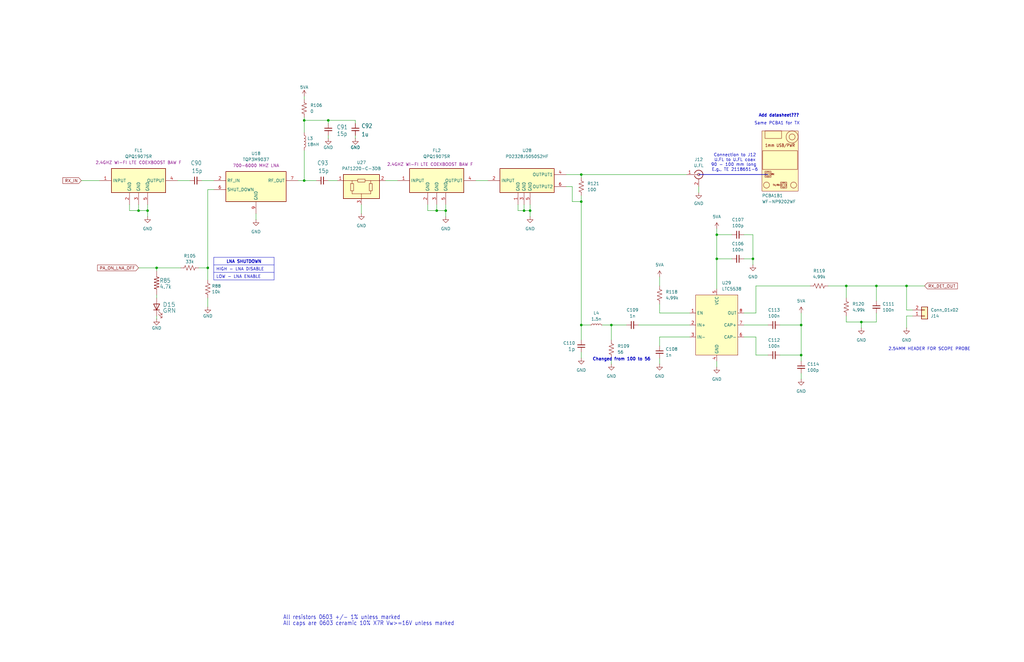
<source format=kicad_sch>
(kicad_sch (version 20250114) (generator "eeschema") (generator_version "9.0")
  (paper "B")
  (title_block (title "Oresat Live Card") (date "2025-09-15") (rev "2.1"))
  (lib_symbols
    (symbol "Connector:Conn_Coaxial" (pin_names (offset 1.016) (hide yes))
      (property "Reference" "J" (at 0.254 3.048 0))
      (property "Value" "Conn_Coaxial" (at 2.921 0 90))
      (symbol "Conn_Coaxial_0_1"
        (polyline (pts (xy -2.54 0) (xy -0.508 0)))
        (arc (start 1.778 0) (mid 0.222 -1.8079) (end -1.778 -0.508) (stroke (width 0.254)))
        (arc (start -1.778 0.508) (mid 0.2221 1.8084) (end 1.778 0) (stroke (width 0.254)))
        (circle (center 0 0) (radius 0.508) (stroke (width 0.2032)))
        (polyline (pts (xy 0 -2.54) (xy 0 -1.778)))
      )
      (symbol "Conn_Coaxial_1_1"
        (pin passive line (at -5.08 0 0) (length 2.54) (name "In") (number "1"))
        (pin passive line (at 0 -5.08 90) (length 2.54) (name "Ext") (number "2"))
      )
    )
    (symbol "Connector_Generic:Conn_01x02" (pin_names (offset 1.016) (hide yes))
      (property "Reference" "J" (at 0 2.54 0))
      (property "Value" "Conn_01x02" (at 0 -5.08 0))
      (symbol "Conn_01x02_1_1"
        (rectangle (start -1.27 1.27) (end 1.27 -3.81) (stroke (width 0.254)) (fill (type background)))
        (rectangle (start -1.27 0.127) (end 0 -0.127) (stroke (width 0.1524)))
        (rectangle (start -1.27 -2.413) (end 0 -2.667) (stroke (width 0.1524)))
        (pin passive line (at -5.08 0 0) (length 3.81) (name "Pin_1") (number "1"))
        (pin passive line (at -5.08 -2.54 0) (length 3.81) (name "Pin_2") (number "2"))
      )
    )
    (symbol "Device:C_Small" (pin_numbers (hide yes)) (pin_names (offset 0.254) (hide yes))
      (property "Reference" "C" (at 0.254 1.778 0))
      (property "Value" "C_Small" (at 0.254 -2.032 0))
      (symbol "C_Small_0_1"
        (polyline (pts (xy -1.524 0.508) (xy 1.524 0.508)) (stroke (width 0.3048)))
        (polyline (pts (xy -1.524 -0.508) (xy 1.524 -0.508)) (stroke (width 0.3302)))
      )
      (symbol "C_Small_1_1"
        (pin passive line (at 0 2.54 270) (length 2.032) (name "~") (number "1"))
        (pin passive line (at 0 -2.54 90) (length 2.032) (name "~") (number "2"))
      )
    )
    (symbol "Device:L" (pin_numbers (hide yes)) (pin_names (offset 1.016) (hide yes))
      (property "Reference" "L" (at -1.27 0 90))
      (property "Value" "L" (at 1.905 0 90))
      (symbol "L_0_1"
        (arc (start 0 2.54) (mid 0.6323 1.905) (end 0 1.27))
        (arc (start 0 1.27) (mid 0.6323 0.635) (end 0 0))
        (arc (start 0 0) (mid 0.6323 -0.635) (end 0 -1.27))
        (arc (start 0 -1.27) (mid 0.6323 -1.905) (end 0 -2.54))
      )
      (symbol "L_1_1"
        (pin passive line (at 0 3.81 270) (length 1.27) (name "1") (number "1"))
        (pin passive line (at 0 -3.81 90) (length 1.27) (name "2") (number "2"))
      )
    )
    (symbol "Device:LED" (pin_numbers (hide yes)) (pin_names (offset 1.016) (hide yes))
      (property "Reference" "D" (at 0 2.54 0))
      (property "Value" "LED" (at 0 -2.54 0))
      (symbol "LED_0_1"
        (polyline (pts (xy -3.048 -0.762) (xy -4.572 -2.286) (xy -3.81 -2.286) (xy -4.572 -2.286) (xy -4.572 -1.524)))
        (polyline (pts (xy -1.778 -0.762) (xy -3.302 -2.286) (xy -2.54 -2.286) (xy -3.302 -2.286) (xy -3.302 -1.524)))
        (polyline (pts (xy -1.27 0) (xy 1.27 0)))
        (polyline (pts (xy -1.27 -1.27) (xy -1.27 1.27)) (stroke (width 0.254)))
        (polyline (pts (xy 1.27 -1.27) (xy 1.27 1.27) (xy -1.27 0) (xy 1.27 -1.27)) (stroke (width 0.254)))
      )
      (symbol "LED_1_1"
        (pin passive line (at -3.81 0 0) (length 2.54) (name "K") (number "1"))
        (pin passive line (at 3.81 0 180) (length 2.54) (name "A") (number "2"))
      )
    )
    (symbol "Device:L_Small" (pin_numbers (hide yes)) (pin_names (offset 0.254) (hide yes))
      (property "Reference" "L" (at 0.762 1.016 0))
      (property "Value" "L_Small" (at 0.762 -1.016 0))
      (symbol "L_Small_0_1"
        (arc (start 0 2.032) (mid 0.5058 1.524) (end 0 1.016))
        (arc (start 0 1.016) (mid 0.5058 0.508) (end 0 0))
        (arc (start 0 0) (mid 0.5058 -0.508) (end 0 -1.016))
        (arc (start 0 -1.016) (mid 0.5058 -1.524) (end 0 -2.032))
      )
      (symbol "L_Small_1_1"
        (pin passive line (at 0 2.54 270) (length 0.508) (name "~") (number "1"))
        (pin passive line (at 0 -2.54 90) (length 0.508) (name "~") (number "2"))
      )
    )
    (symbol "Device:R_US" (pin_numbers (hide yes)) (pin_names (offset 0))
      (property "Reference" "R" (at 2.54 0 90))
      (property "Value" "R_US" (at -2.54 0 90))
      (symbol "R_US_0_1"
        (polyline (pts (xy 0 2.286) (xy 0 2.54)))
        (polyline (pts (xy 0 2.286) (xy 1.016 1.905) (xy 0 1.524) (xy -1.016 1.143) (xy 0 0.762)))
        (polyline (pts (xy 0 0.762) (xy 1.016 0.381) (xy 0 0) (xy -1.016 -0.381) (xy 0 -0.762)))
        (polyline (pts (xy 0 -0.762) (xy 1.016 -1.143) (xy 0 -1.524) (xy -1.016 -1.905) (xy 0 -2.286)))
        (polyline (pts (xy 0 -2.286) (xy 0 -2.54)))
      )
      (symbol "R_US_1_1"
        (pin passive line (at 0 3.81 270) (length 1.27) (name "~") (number "1"))
        (pin passive line (at 0 -3.81 90) (length 1.27) (name "~") (number "2"))
      )
    )
    (symbol "RF:PAT1220-C-3DB"
      (property "Reference" "U" (at -6.35 6.35 0))
      (property "Value" "PAT1220-C-3DB" (at 5.08 6.35 0))
      (symbol "PAT1220-C-3DB_0_1"
        (rectangle (start -7.62 5.08) (end 7.62 -5.08) (stroke (width 0.254)) (fill (type background)))
        (polyline (pts (xy -3.937 1.27) (xy -3.937 2.54)))
        (polyline (pts (xy -3.937 -3.048) (xy 3.937 -3.048)))
        (polyline (pts (xy -1.524 2.54) (xy -7.62 2.54)))
        (polyline (pts (xy 0 -5.08) (xy 0 -3.048)))
        (polyline (pts (xy 3.937 1.27) (xy 3.937 2.54)))
        (pin passive line (at 0 -7.62 90) (length 2.54) (name "~") (number "3"))
      )
      (symbol "PAT1220-C-3DB_1_1"
        (rectangle (start -4.572 -1.778) (end -3.302 1.27))
        (polyline (pts (xy -3.937 -3.048) (xy -3.937 -1.778)))
        (rectangle (start -1.524 3.175) (end 1.524 1.905))
        (rectangle (start 3.302 -1.778) (end 4.572 1.27))
        (polyline (pts (xy 3.937 -3.048) (xy 3.937 -1.778)))
        (polyline (pts (xy 7.62 2.54) (xy 1.524 2.54)))
        (pin passive line (at -10.16 2.54 0) (length 2.54) (name "~") (number "1"))
        (pin passive line (at 10.16 2.54 180) (length 2.54) (name "~") (number "2"))
      )
    )
    (symbol "oresat-ics:LTC5538"
      (property "Reference" "U" (at 4.318 16.256 0))
      (property "Value" "LTC5538" (at 7.62 13.97 0))
      (symbol "LTC5538_1_1"
        (rectangle (start -8.89 12.7) (end 8.89 -12.7) (fill (type background)))
        (pin input line (at -11.43 5.08 0) (length 2.54) (name "EN") (number "1"))
        (pin bidirectional line (at -11.43 0 0) (length 2.54) (name "IN+") (number "2"))
        (pin bidirectional line (at -11.43 -5.08 0) (length 2.54) (name "IN-") (number "3"))
        (pin power_in line (at 0 15.24 270) (length 2.54) (name "VCC") (number "5"))
        (pin power_in line (at 0 -15.24 90) (length 2.54) (name "GND") (number "4"))
        (pin power_in line (at 0 -15.24 90) (length 2.54) (hide yes) (name "GND") (number "9"))
        (pin output line (at 11.43 5.08 180) (length 2.54) (name "OUT") (number "8"))
        (pin bidirectional line (at 11.43 0 180) (length 2.54) (name "CAP+") (number "7"))
        (pin bidirectional line (at 11.43 -5.08 180) (length 2.54) (name "CAP-") (number "6"))
      )
    )
    (symbol "oresat-ics:PD2328J5050S2HF"
      (property "Reference" "U25" (at 15.494 9.906 0))
      (property "Value" "PD2328J5050S2HF" (at 16.764 7.112 0))
      (property "Description" "Power Divider 50ohm 2300 - 2800 MHz" (at 15.748 4.572 0))
      (symbol "PD2328J5050S2HF_1_1"
        (rectangle (start 5.08 2.54) (end 27.94 -7.62) (stroke (width 0.254)) (fill (type background)))
        (pin passive line (at 0 -2.54 0) (length 5.08) (name "INPUT") (number "2"))
        (pin passive line (at 12.7 -12.7 90) (length 5.08) (name "GND") (number "1"))
        (pin passive line (at 15.24 -12.7 90) (length 5.08) (name "GND") (number "3"))
        (pin passive line (at 17.78 -12.7 90) (length 5.08) (name "GND") (number "5"))
        (pin passive line (at 33.02 0 180) (length 5.08) (name "OUTPUT1") (number "4"))
        (pin passive line (at 33.02 -5.08 180) (length 5.08) (name "OUTPUT2") (number "6"))
      )
    )
    (symbol "oresat-ics:QPQ1907SR_2.4GHz_BPF"
      (property "Reference" "FL1" (at 17.018 9.398 0))
      (property "Value" "QPQ1907SR_2.4GHz_BPF" (at 16.764 6.858 0))
      (property "Description" "2.4GHz WiFi BPF" (at 15.24 4.318 0))
      (symbol "QPQ1907SR_2.4GHz_BPF_1_1"
        (rectangle (start 5.08 2.54) (end 27.94 -7.62) (stroke (width 0.254)) (fill (type background)))
        (pin passive line (at 0 -2.54 0) (length 5.08) (name "INPUT") (number "1"))
        (pin passive line (at 12.7 -12.7 90) (length 5.08) (name "GND") (number "2"))
        (pin passive line (at 16.51 -12.7 90) (length 5.08) (name "GND") (number "3"))
        (pin passive line (at 20.32 -12.7 90) (length 5.08) (name "GND") (number "5"))
        (pin passive line (at 33.02 -2.54 180) (length 5.08) (name "OUTPUT") (number "4"))
      )
    )
    (symbol "oresat-ics:TQP3M9037_1"
      (property "Reference" "U26" (at 17.272 -4.572 0))
      (property "Value" "TQP3M9037" (at 16.764 -7.62 0))
      (property "Description" "LNA" (at 16.51 -10.16 0))
      (symbol "TQP3M9037_1_1_1"
        (rectangle (start 5.08 -12.7) (end 30.48 -25.4) (stroke (width 0.254)) (fill (type background)))
        (pin passive line (at 0 -16.51 0) (length 5.08) (name "RF_IN") (number "2"))
        (pin passive line (at 0 -20.32 0) (length 5.08) (name "SHUT_DOWN") (number "6"))
        (pin passive line (at 17.78 -30.48 90) (length 5.08) (name "GND") (number "9"))
        (pin no_connect line (at 22.86 -30.48 90) (length 5.08) (hide yes) (name "NC_3") (number "4"))
        (pin no_connect line (at 25.4 -30.48 90) (length 5.08) (hide yes) (name "NC_2") (number "3"))
        (pin no_connect line (at 29.21 -30.48 90) (length 5.08) (hide yes) (name "NC_1") (number "1"))
        (pin passive line (at 35.56 -16.51 180) (length 5.08) (name "RF_OUT") (number "7"))
        (pin no_connect line (at 35.56 -21.59 180) (length 5.08) (hide yes) (name "NC_4") (number "5"))
        (pin no_connect line (at 35.56 -24.13 180) (length 5.08) (hide yes) (name "NC_5") (number "8"))
      )
    )
    (symbol "oresat-passives:R-US"
      (property "Reference" "R" (at 0 2.54 0))
      (symbol "R-US_1_0"
        (polyline (pts (xy -2.54 0) (xy -2.159 1.016)) (stroke (width 0.2032)))
        (polyline (pts (xy -2.159 1.016) (xy -1.524 -1.016)) (stroke (width 0.2032)))
        (polyline (pts (xy -1.524 -1.016) (xy -0.889 1.016)) (stroke (width 0.2032)))
        (polyline (pts (xy -0.889 1.016) (xy -0.254 -1.016)) (stroke (width 0.2032)))
        (polyline (pts (xy -0.254 -1.016) (xy 0.381 1.016)) (stroke (width 0.2032)))
        (polyline (pts (xy 0.381 1.016) (xy 1.016 -1.016)) (stroke (width 0.2032)))
        (polyline (pts (xy 1.016 -1.016) (xy 1.651 1.016)) (stroke (width 0.2032)))
        (polyline (pts (xy 1.651 1.016) (xy 2.286 -1.016)) (stroke (width 0.2032)))
        (polyline (pts (xy 2.286 -1.016) (xy 2.54 0)) (stroke (width 0.2032)))
        (pin passive line (at -5.08 0 0) (length 2.54) (name "1") (number "1"))
        (pin passive line (at 5.08 0 180) (length 2.54) (name "2") (number "2"))
      )
    )
    (symbol "oresat-pcbs:WF-NP9202WF"
      (property "Reference" "PCBA" (at 2.54 -13.462 0))
      (property "Value" "WF-NP9202WF" (at 2.794 -15.494 0))
      (symbol "WF-NP9202WF_0_1"
        (rectangle (start -7.366 5.588) (end 7.366 -2.286))
        (rectangle (start -6.35 13.97) (end 0.635 10.795))
        (rectangle (start -6.35 -3.048) (end -3.81 -5.588))
        (circle (center -5.715 -8.89) (radius 1.27))
        (rectangle (start 0.254 -7.62) (end 2.794 -10.16))
        (circle (center 5.08 11.43) (radius 1.27))
        (circle (center 5.08 11.43) (radius 2.54))
        (circle (center 5.715 -8.89) (radius 1.27))
      )
      (symbol "WF-NP9202WF_1_0"
        (circle (center -5.08 -4.318) (radius 0.568) (stroke (width 0.1524)))
        (circle (center -5.08 -4.318) (radius 1.0473) (stroke (width 0.1524)))
        (circle (center 1.524 -8.89) (radius 0.568) (stroke (width 0.1524)))
        (circle (center 1.524 -8.89) (radius 1.0473) (stroke (width 0.1524)))
        (text "1mm USB/PWR" (at -6.35 7.112 0) (effects (font (size 1.27 1.0795)) (justify left bottom)))
      )
      (symbol "WF-NP9202WF_1_1"
        (rectangle (start -7.62 13.97) (end 7.62 -11.43) (fill (type background)))
        (text "RX" (at -3.048 -4.318 0) (effects (font (size 0.635 0.635))))
        (text "TX/RX" (at -1.524 -8.89 0) (effects (font (size 0.635 0.635))))
      )
    )
    (symbol "oresat-power:5VA" (power) (pin_names (offset 0))
      (property "Value" "5VA" (at 0 3.556 0))
      (symbol "5VA_0_1"
        (polyline (pts (xy -0.762 1.27) (xy 0 2.54)))
        (polyline (pts (xy 0 2.54) (xy 0.762 1.27)))
        (polyline (pts (xy 0 0) (xy 0 2.54)))
      )
      (symbol "5VA_1_1"
        (pin power_in line (at 0 0 90) (length 0) (hide yes) (name "5VA") (number "1"))
      )
    )
    (symbol "power:GND" (power) (pin_numbers (hide yes)) (pin_names (offset 0) (hide yes))
      (property "Value" "GND" (at 0 -3.81 0))
      (symbol "GND_0_1"
        (polyline (pts (xy 0 0) (xy 0 -1.27) (xy 1.27 -1.27) (xy 0 -2.54) (xy -1.27 -1.27) (xy 0 -1.27)))
      )
      (symbol "GND_1_1"
        (pin power_in line (at 0 0 270) (length 0) (name "~") (number "1"))
      )
    )
  )
  (text "Same PCBA1 for TX" (at 327.66 52.07 0) (effects (font (size 1.27 1.27))))
  (text "Add datasheet??? " (at 328.93 48.768 0) (effects (font (size 1.27 1.27) (thickness 0.254) (bold yes))))
  (text "2.54MM HEADER FOR SCOPE PROBE" (at 391.922 147.32 0) (effects (font (size 1.27 1.27))))
  (text "Changed from 100 to 56" (at 262.128 151.638 0) (effects (font (size 1.27 1.27) (thickness 0.254) (bold yes))))
  (text "All caps are 0603 ceramic 10% X7R Vw>=16V unless marked" (at 119.38 264.16 0) (effects (font (size 1.778 1.5113)) (justify left bottom)))
  (text "Connection to J12\nU.FL to U.FL coax\n90 - 100 mm long \nE.g., TE 2118651-6" (at 309.88 72.39 0) (effects (font (size 1.27 1.27)) (justify bottom)))
  (text "All resistors 0603 +/- 1% unless marked" (at 119.38 261.62 0) (effects (font (size 1.778 1.5113)) (justify left bottom)))
  (junction (at 257.81 137.16))
  (junction (at 369.57 120.65))
  (junction (at 66.04 113.03))
  (junction (at 245.11 85.09))
  (junction (at 337.82 137.16))
  (junction (at 356.87 120.65))
  (junction (at 223.52 88.9))
  (junction (at 245.11 137.16))
  (junction (at 128.27 50.8))
  (junction (at 87.63 113.03))
  (junction (at 363.22 135.89))
  (junction (at 184.15 88.9))
  (junction (at 187.96 88.9))
  (junction (at 62.23 88.9))
  (junction (at 317.5 109.22))
  (junction (at 220.98 88.9))
  (junction (at 138.43 50.8))
  (junction (at 337.82 149.86))
  (junction (at 302.26 99.06))
  (junction (at 128.27 76.2))
  (junction (at 382.27 120.65))
  (junction (at 245.11 73.66))
  (junction (at 58.42 88.9))
  (junction (at 302.26 109.22))
  (wire (pts (xy 62.23 86.36) (xy 62.23 88.9)))
  (wire (pts (xy 87.63 80.01) (xy 90.17 80.01)))
  (wire (pts (xy 87.63 80.01) (xy 87.63 113.03)))
  (wire (pts (xy 66.04 133.35) (xy 66.04 134.62)))
  (wire (pts (xy 187.96 86.36) (xy 187.96 88.9)))
  (wire (pts (xy 328.93 137.16) (xy 337.82 137.16)))
  (wire (pts (xy 369.57 120.65) (xy 369.57 127)))
  (wire (pts (xy 302.26 96.52) (xy 302.26 99.06)))
  (wire (pts (xy 290.83 142.24) (xy 278.13 142.24)))
  (wire (pts (xy 318.77 149.86) (xy 323.85 149.86)))
  (wire (pts (xy 152.4 86.36) (xy 152.4 90.17)))
  (wire (pts (xy 337.82 157.48) (xy 337.82 160.02)))
  (wire (pts (xy 128.27 50.8) (xy 128.27 55.88)))
  (wire (pts (xy 58.42 88.9) (xy 62.23 88.9)))
  (wire (pts (xy 278.13 142.24) (xy 278.13 146.05)))
  (wire (pts (xy 66.04 113.03) (xy 76.2 113.03)))
  (wire (pts (xy 318.77 142.24) (xy 313.69 142.24)))
  (wire (pts (xy 87.63 125.73) (xy 87.63 129.54)))
  (wire (pts (xy 62.23 88.9) (xy 62.23 91.44)))
  (wire (pts (xy 337.82 137.16) (xy 337.82 149.86)))
  (wire (pts (xy 245.11 148.59) (xy 245.11 151.13)))
  (wire (pts (xy 245.11 85.09) (xy 245.11 137.16)))
  (wire (pts (xy 128.27 40.64) (xy 128.27 41.91)))
  (wire (pts (xy 218.44 86.36) (xy 218.44 88.9)))
  (wire (pts (xy 302.26 99.06) (xy 308.61 99.06)))
  (wire (pts (xy 302.26 109.22) (xy 308.61 109.22)))
  (wire (pts (xy 138.43 58.42) (xy 138.43 57.15)))
  (wire (pts (xy 278.13 132.08) (xy 290.83 132.08)))
  (wire (pts (xy 294.64 78.74) (xy 294.64 81.28)))
  (wire (pts (xy 328.93 149.86) (xy 337.82 149.86)))
  (wire (pts (xy 184.15 86.36) (xy 184.15 88.9)))
  (wire (pts (xy 200.66 76.2) (xy 205.74 76.2)))
  (wire (pts (xy 241.3 85.09) (xy 245.11 85.09)))
  (wire (pts (xy 128.27 50.8) (xy 138.43 50.8)))
  (wire (pts (xy 363.22 135.89) (xy 363.22 138.43)))
  (wire (pts (xy 128.27 49.53) (xy 128.27 50.8)))
  (wire (pts (xy 254 137.16) (xy 257.81 137.16)))
  (wire (pts (xy 220.98 86.36) (xy 220.98 88.9)))
  (wire (pts (xy 318.77 149.86) (xy 318.77 142.24)))
  (wire (pts (xy 128.27 76.2) (xy 133.35 76.2)))
  (polyline (pts (xy 294.64 73.66) (xy 323.85 73.66)) (stroke (width 0.254) (type solid)))
  (wire (pts (xy 337.82 132.08) (xy 337.82 137.16)))
  (wire (pts (xy 58.42 86.36) (xy 58.42 88.9)))
  (wire (pts (xy 180.34 88.9) (xy 184.15 88.9)))
  (wire (pts (xy 66.04 113.03) (xy 66.04 114.3)))
  (wire (pts (xy 356.87 133.35) (xy 356.87 135.89)))
  (wire (pts (xy 382.27 120.65) (xy 389.89 120.65)))
  (wire (pts (xy 337.82 149.86) (xy 337.82 152.4)))
  (wire (pts (xy 257.81 137.16) (xy 257.81 143.51)))
  (wire (pts (xy 278.13 128.27) (xy 278.13 132.08)))
  (wire (pts (xy 278.13 151.13) (xy 278.13 153.67)))
  (wire (pts (xy 278.13 116.84) (xy 278.13 120.65)))
  (wire (pts (xy 220.98 88.9) (xy 223.52 88.9)))
  (wire (pts (xy 245.11 73.66) (xy 289.56 73.66)))
  (wire (pts (xy 318.77 120.65) (xy 341.63 120.65)))
  (wire (pts (xy 317.5 109.22) (xy 317.5 111.76)))
  (wire (pts (xy 125.73 76.2) (xy 128.27 76.2)))
  (wire (pts (xy 149.86 50.8) (xy 149.86 52.07)))
  (wire (pts (xy 363.22 135.89) (xy 369.57 135.89)))
  (wire (pts (xy 369.57 120.65) (xy 382.27 120.65)))
  (wire (pts (xy 356.87 120.65) (xy 356.87 125.73)))
  (wire (pts (xy 54.61 86.36) (xy 54.61 88.9)))
  (wire (pts (xy 138.43 76.2) (xy 142.24 76.2)))
  (wire (pts (xy 238.76 73.66) (xy 245.11 73.66)))
  (wire (pts (xy 257.81 151.13) (xy 257.81 153.67)))
  (wire (pts (xy 302.26 152.4) (xy 302.26 154.94)))
  (wire (pts (xy 382.27 133.35) (xy 382.27 138.43)))
  (wire (pts (xy 245.11 73.66) (xy 245.11 74.93)))
  (wire (pts (xy 87.63 118.11) (xy 87.63 113.03)))
  (wire (pts (xy 384.81 130.81) (xy 382.27 130.81)))
  (wire (pts (xy 223.52 86.36) (xy 223.52 88.9)))
  (wire (pts (xy 184.15 88.9) (xy 187.96 88.9)))
  (wire (pts (xy 245.11 143.51) (xy 245.11 137.16)))
  (wire (pts (xy 382.27 133.35) (xy 384.81 133.35)))
  (wire (pts (xy 241.3 85.09) (xy 241.3 78.74)))
  (wire (pts (xy 245.11 137.16) (xy 248.92 137.16)))
  (wire (pts (xy 34.29 76.2) (xy 41.91 76.2)))
  (wire (pts (xy 218.44 88.9) (xy 220.98 88.9)))
  (wire (pts (xy 66.04 124.46) (xy 66.04 125.73)))
  (wire (pts (xy 382.27 120.65) (xy 382.27 130.81)))
  (wire (pts (xy 187.96 88.9) (xy 187.96 91.44)))
  (wire (pts (xy 317.5 99.06) (xy 313.69 99.06)))
  (wire (pts (xy 269.24 137.16) (xy 290.83 137.16)))
  (wire (pts (xy 302.26 99.06) (xy 302.26 109.22)))
  (wire (pts (xy 58.42 113.03) (xy 66.04 113.03)))
  (wire (pts (xy 356.87 120.65) (xy 369.57 120.65)))
  (wire (pts (xy 313.69 109.22) (xy 317.5 109.22)))
  (wire (pts (xy 128.27 63.5) (xy 128.27 76.2)))
  (wire (pts (xy 302.26 109.22) (xy 302.26 121.92)))
  (wire (pts (xy 180.34 86.36) (xy 180.34 88.9)))
  (wire (pts (xy 318.77 120.65) (xy 318.77 132.08)))
  (wire (pts (xy 223.52 88.9) (xy 223.52 91.44)))
  (wire (pts (xy 245.11 82.55) (xy 245.11 85.09)))
  (wire (pts (xy 107.95 90.17) (xy 107.95 92.71)))
  (wire (pts (xy 318.77 132.08) (xy 313.69 132.08)))
  (wire (pts (xy 162.56 76.2) (xy 167.64 76.2)))
  (wire (pts (xy 349.25 120.65) (xy 356.87 120.65)))
  (wire (pts (xy 241.3 78.74) (xy 238.76 78.74)))
  (wire (pts (xy 257.81 137.16) (xy 264.16 137.16)))
  (wire (pts (xy 369.57 135.89) (xy 369.57 132.08)))
  (wire (pts (xy 83.82 113.03) (xy 87.63 113.03)))
  (wire (pts (xy 313.69 137.16) (xy 323.85 137.16)))
  (wire (pts (xy 85.09 76.2) (xy 90.17 76.2)))
  (wire (pts (xy 74.93 76.2) (xy 80.01 76.2)))
  (wire (pts (xy 356.87 135.89) (xy 363.22 135.89)))
  (wire (pts (xy 317.5 109.22) (xy 317.5 99.06)))
  (wire (pts (xy 138.43 50.8) (xy 149.86 50.8)))
  (wire (pts (xy 54.61 88.9) (xy 58.42 88.9)))
  (wire (pts (xy 138.43 50.8) (xy 138.43 52.07)))
  (wire (pts (xy 149.86 58.42) (xy 149.86 57.15)))
  (table (column_count 1) (border (external yes) (header yes)) (separators (rows yes) (cols yes)) (column_widths 25.4) (row_heights 3.175 3.175 3.175) (cells (table_cell "LNA SHUTDOWN" (at 90.17 108.585 0) (size 25.4 3.175) (margins 0.9525 0.9525 0.9525 0.9525) (span 1 1)) (table_cell "HIGH - LNA DISABLE" (at 90.17 111.76 0) (size 25.4 3.175) (margins 0.9525 0.9525 0.9525 0.9525) (span 1 1)) (table_cell "LOW - LNA ENABLE" (at 90.17 114.935 0) (size 25.4 3.175) (margins 0.9525 0.9525 0.9525 0.9525) (span 1 1))))
  (global_label "RX_DET_OUT" (shape input) (at 389.89 120.65 0) (property "Intersheetrefs" "${INTERSHEET_REFS}" (at 404.3051 120.65 0) (effects (justify left))))
  (global_label "PA_ON_LNA_OFF" (shape input) (at 58.42 113.03 180) (property "Intersheetrefs" "${INTERSHEET_REFS}" (at 40.5575 113.03 0) (effects (justify right))))
  (global_label "RX_IN" (shape input) (at 34.29 76.2 180) (property "Intersheetrefs" "${INTERSHEET_REFS}" (at 25.9224 76.2 0) (effects (justify right))))
  (symbol (lib_id "oresat-power:5VA") (at 337.82 132.08 0) (unit 1)
    (property "Reference" "#5VA08" (effects (hide yes)))
    (property "Value" "5VA" (at 337.82 127 0))
  )
  (symbol (lib_id "power:GND") (at 66.04 134.62 0) (unit 1)
    (property "Reference" "#PWR148" (effects (hide yes)))
    (property "Value" "GND" (at 66.04 138.43 0))
    (property "Description" "Power symbol creates a global label with name \"GND\" , ground" (effects (hide yes)))
  )
  (symbol (lib_id "Device:C_Small") (at 311.15 99.06 90) (mirror x) (unit 1)
    (property "Reference" "C107" (at 311.1563 92.71 90))
    (property "Value" "100p" (at 311.1563 95.25 90))
    (property "Footprint" "Resistor_SMD:R_0402_1005Metric" (effects (hide yes)))
    (property "Description" "CAP CER 100PF 50V C0G/NP0 0402" (effects (hide yes)))
    (property "DPN" "490-GCM1555C1H101GA16DCT-ND " (effects (hide yes)))
    (property "MFR" "Murata Electronics" (effects (hide yes)))
    (property "MPN" "GCM1555C1H101GA16D " (effects (hide yes)))
    (property "DIS" "DigiKey" (effects (hide yes)))
  )
  (symbol (lib_id "Device:C_Small") (at 337.82 154.94 0) (mirror y) (unit 1)
    (property "Reference" "C114" (at 340.36 153.6762 0) (effects (justify right)))
    (property "Value" "100p" (at 340.36 156.2162 0) (effects (justify right)))
    (property "Footprint" "Resistor_SMD:R_0402_1005Metric" (effects (hide yes)))
    (property "Description" "CAP CER 100PF 50V C0G/NP0 0402" (effects (hide yes)))
    (property "DPN" "490-GCM1555C1H101GA16DCT-ND " (effects (hide yes)))
    (property "MFR" "Murata Electronics" (effects (hide yes)))
    (property "MPN" "GCM1555C1H101GA16D " (effects (hide yes)))
    (property "DIS" "DigiKey" (effects (hide yes)))
  )
  (symbol (lib_id "oresat-passives:R-US") (at 66.04 119.38 270) (unit 1)
    (property "Reference" "R85" (at 67.31 119.38 90) (effects (font (size 1.778 1.5113)) (justify left bottom)))
    (property "Value" "4.7k" (at 67.31 121.92 90) (effects (font (size 1.778 1.5113)) (justify left bottom)))
    (property "Footprint" "Resistor_SMD:R_0603_1608Metric" (effects (hide yes)))
    (property "Description" "RES SMD 4.7K OHM 1% 1/10W 0603" (effects (hide yes)))
    (property "MPN" "ERJ-3EKF4701V" (effects (hide yes)))
    (property "DPN" "ERJ-3EKF4701V" (effects (hide yes)))
    (property "MFR" "Panasonic " (effects (hide yes)))
    (property "DIS" "DigiKey" (effects (hide yes)))
  )
  (symbol (lib_id "power:GND") (at 382.27 138.43 0) (unit 1)
    (property "Reference" "#PWR147" (effects (hide yes)))
    (property "Value" "GND" (at 382.27 143.51 0))
    (property "Description" "Power symbol creates a global label with name \"GND\" , ground" (effects (hide yes)))
  )
  (symbol (lib_id "Device:C_Small") (at 326.39 149.86 90) (mirror x) (unit 1)
    (property "Reference" "C112" (at 326.3963 143.51 90))
    (property "Value" "100n" (at 326.3963 146.05 90))
    (property "Footprint" "Resistor_SMD:R_0402_1005Metric" (effects (hide yes)))
    (property "Description" "CAP CER 0.1UF 25V X7R 0603" (effects (hide yes)))
    (property "DPN" "445-5667-1-ND " (effects (hide yes)))
    (property "MFR" "TDK Corporation " (effects (hide yes)))
    (property "MPN" "CGA3E2X7R1E104K080AA " (effects (hide yes)))
    (property "DIS" "DigiKey" (effects (hide yes)))
  )
  (symbol (lib_id "power:GND") (at 223.52 91.44 0) (unit 1)
    (property "Reference" "#PWR116" (effects (hide yes)))
    (property "Value" "GND" (at 223.52 96.52 0))
    (property "Description" "Power symbol creates a global label with name \"GND\" , ground" (effects (hide yes)))
  )
  (symbol (lib_id "Device:C_Small") (at 369.57 129.54 0) (mirror y) (unit 1)
    (property "Reference" "C111" (at 372.11 128.2762 0) (effects (justify right)))
    (property "Value" "100n" (at 372.11 130.8162 0) (effects (justify right)))
    (property "Footprint" "Resistor_SMD:R_0603_1608Metric" (effects (hide yes)))
    (property "Description" "CAP CER 0.1UF 25V X7R 0603" (effects (hide yes)))
    (property "DPN" "445-5667-1-ND " (effects (hide yes)))
    (property "MFR" "TDK Corporation " (effects (hide yes)))
    (property "MPN" "CGA3E2X7R1E104K080AA " (effects (hide yes)))
    (property "DIS" "DigiKey" (effects (hide yes)))
  )
  (symbol (lib_id "Device:LED") (at 66.04 129.54 90) (unit 1)
    (property "Reference" "D15" (at 68.58 129.54 90) (effects (font (size 1.778 1.778)) (justify right top)))
    (property "Value" "GRN" (at 68.58 132.08 90) (effects (font (size 1.778 1.778)) (justify right top)))
    (property "Footprint" "oresat-live-card:LED-0603" (effects (hide yes)))
    (property "Description" "Green 525nm LED 3.2V 0603" (effects (hide yes)))
    (property "MPN" "150060GS75020" (effects (hide yes)))
    (property "DPN" "732-150060GS75020CT-ND " (effects (hide yes)))
    (property "MFR" "Würth Elektronik " (effects (hide yes)))
    (property "Sim.Pins" "1=K 2=A" (effects (hide yes)))
    (property "DIS" "DigiKey" (effects (hide yes)))
  )
  (symbol (lib_id "Device:C_Small") (at 138.43 54.61 0) (unit 1)
    (property "Reference" "C91" (at 141.986 54.61 0) (effects (font (size 1.778 1.5113)) (justify left bottom)))
    (property "Value" "15p" (at 141.986 57.404 0) (effects (font (size 1.778 1.5113)) (justify left bottom)))
    (property "Footprint" "Capacitor_SMD:C_0402_1005Metric" (effects (hide yes)))
    (property "Description" "CAP CER 15PF 50V C0G/NP0 0402" (effects (hide yes)))
    (property "MPN" "GJM1555C1H150JB01D" (effects (hide yes)))
    (property "MFR" "Murata Electronics" (effects (hide yes)))
    (property "DPN" "490-3117-1-ND" (effects (hide yes)))
    (property "DIS" "DigiKey" (effects (hide yes)))
  )
  (symbol (lib_id "Connector_Generic:Conn_01x02") (at 389.89 133.35 0) (mirror x) (unit 1)
    (property "Reference" "J14" (at 392.43 133.3501 0) (effects (justify left)))
    (property "Value" "Conn_01x02" (at 392.43 130.8101 0) (effects (justify left)))
    (property "Footprint" "Connector_PinHeader_2.54mm:PinHeader_1x02_P2.54mm_Vertical" (effects (hide yes)))
    (property "Description" "Generic connector, single row, 01x02, script generated (kicad-library-utils/schlib/autogen/connector/)" (effects (hide yes)))
  )
  (symbol (lib_id "Device:C_Small") (at 245.11 146.05 0) (mirror x) (unit 1)
    (property "Reference" "C110" (at 242.57 144.7735 0) (effects (justify right)))
    (property "Value" "1p" (at 242.57 147.3136 0) (effects (font (size 1.5113 1.5113)) (justify right)))
    (property "Footprint" "Resistor_SMD:R_0402_1005Metric" (effects (hide yes)))
    (property "Description" "CAP CER 1PF 50V C0G/NP0 0402" (effects (hide yes)))
    (property "DPN" "490-17745-1-ND" (effects (hide yes)))
    (property "MFR" "Murata Electronics" (effects (hide yes)))
    (property "MPN" "GCM1555C1H1R0CA16J " (effects (hide yes)))
    (property "DIS" "DigiKey" (effects (hide yes)))
  )
  (symbol (lib_id "Device:R_US") (at 257.81 147.32 0) (unit 1)
    (property "Reference" "R109" (at 260.35 146.0499 0) (effects (justify left)))
    (property "Value" "56" (at 260.35 148.5899 0) (effects (justify left)))
    (property "Footprint" "Resistor_SMD:R_0603_1608Metric" (effects (hide yes)))
    (property "Description" "RES SMD 100 OHM 1% 1/10W 0603" (effects (hide yes)))
    (property "DPN" "P100HCT-ND " (effects (hide yes)))
    (property "MFR" "Panasonic " (effects (hide yes)))
    (property "MPN" "ERJ-3EKF1000V" (effects (hide yes)))
    (property "DIS" "DigiKey" (effects (hide yes)))
  )
  (symbol (lib_id "Device:R_US") (at 80.01 113.03 90) (unit 1)
    (property "Reference" "R105" (at 80.01 107.9965 90))
    (property "Value" "33k" (at 80.01 110.4208 90))
    (property "Footprint" "Resistor_SMD:R_0603_1608Metric" (effects (hide yes)))
    (property "Description" "RES 33K OHM 1% 1/10W 0603" (effects (hide yes)))
    (property "DPN" "10-ERJ-U03F3302VCT-ND " (effects (hide yes)))
    (property "MFR" "Panasonic " (effects (hide yes)))
    (property "MPN" "ERJ-U03F3302V " (effects (hide yes)))
    (property "DIS" "DigiKey" (effects (hide yes)))
  )
  (symbol (lib_id "power:GND") (at 107.95 92.71 0) (unit 1)
    (property "Reference" "#PWR118" (effects (hide yes)))
    (property "Value" "GND" (at 107.95 97.79 0))
    (property "Description" "Power symbol creates a global label with name \"GND\" , ground" (effects (hide yes)))
  )
  (symbol (lib_id "Device:C_Small") (at 266.7 137.16 90) (mirror x) (unit 1)
    (property "Reference" "C109" (at 266.7063 130.81 90))
    (property "Value" "1n" (at 266.7063 133.35 90))
    (property "Footprint" "Resistor_SMD:R_0402_1005Metric" (effects (hide yes)))
    (property "Description" "CAP CER 1000PF 50V NP0 0402" (effects (hide yes)))
    (property "DPN" "445-12118-1-ND " (effects (hide yes)))
    (property "MFR" "TDK Corporation " (effects (hide yes)))
    (property "MPN" "CGA2B2NP01H102J050BA " (effects (hide yes)))
    (property "DIS" "DigiKey" (effects (hide yes)))
  )
  (symbol (lib_id "power:GND") (at 317.5 111.76 0) (unit 1)
    (property "Reference" "#PWR122" (effects (hide yes)))
    (property "Value" "GND" (at 317.5 116.84 0))
    (property "Description" "Power symbol creates a global label with name \"GND\" , ground" (effects (hide yes)))
  )
  (symbol (lib_id "RF:PAT1220-C-3DB") (at 152.4 78.74 0) (unit 1)
    (property "Reference" "U27" (at 152.4 68.58 0))
    (property "Value" "PAT1220-C-3DB" (at 152.4 71.12 0))
    (property "Footprint" "RF_Converter:RF_Attenuator_Susumu_PAT1220" (effects (hide yes)))
    (property "Datasheet" "https://www.susumu.co.jp/common/pdf/n_catalog_partition16_en.pdf" (effects (hide yes)))
    (property "Description" "RF ATTENUATOR 3DB 50OHM 0805" (effects (hide yes)))
    (property "DPN" "PAT123CT-ND " (effects (hide yes)))
    (property "MFR" "Susumu " (effects (hide yes)))
    (property "MPN" "PAT1220-C-3DB-T5 " (effects (hide yes)))
    (property "DIS" "DigiKey" (effects (hide yes)))
  )
  (symbol (lib_id "power:GND") (at 152.4 90.17 0) (unit 1)
    (property "Reference" "#PWR117" (effects (hide yes)))
    (property "Value" "GND" (at 152.4 95.25 0))
    (property "Description" "Power symbol creates a global label with name \"GND\" , ground" (effects (hide yes)))
  )
  (symbol (lib_id "oresat-ics:QPQ1907SR_2.4GHz_BPF") (at 167.64 73.66 0) (unit 1)
    (property "Reference" "FL2" (at 184.15 63.5 0))
    (property "Value" "QPQ1907SR" (at 184.15 66.04 0))
    (property "Footprint" "oresat-ics:QPQ1907SR" (effects (hide yes)))
    (property "Datasheet" "https://www.qorvo.com/products/d/da006450" (effects (hide yes)))
    (property "Description" "2.4GHZ WI-FI LTE COEXBOOST BAW F" (at 181.356 69.342 0))
    (property "MFR" "Qorvo" (effects (hide yes)))
    (property "MPN" "QPQ1907SR" (effects (hide yes)))
    (property "DPN" "2312-QPQ1907SRCT-ND" (effects (hide yes)))
    (property "DIS" "DigiKey" (effects (hide yes)))
  )
  (symbol (lib_id "Device:L") (at 128.27 59.69 0) (unit 1)
    (property "Reference" "L3" (at 129.54 58.4199 0) (effects (justify left)))
    (property "Value" "18nH" (at 129.54 60.9599 0) (effects (justify left)))
    (property "Footprint" "oresat-passives:0603-C-NOSILK" (effects (hide yes)))
    (property "Datasheet" "https://www.coilcraft.com/getmedia/f3d98f97-cbe2-41fa-b3a9-518f674e881e/0603dc.pdf" (effects (hide yes)))
    (property "Description" "FIXED IND 18NH 2A 78 MOHM SMD" (effects (hide yes)))
    (property "MPN" "0603DC-18NXJRW" (effects (hide yes)))
    (property "MFR" "Coilcraft" (effects (hide yes)))
    (property "DPN" "994-0603DC-18NXJRW" (effects (hide yes)))
  )
  (symbol (lib_id "Device:C_Small") (at 278.13 148.59 0) (mirror y) (unit 1)
    (property "Reference" "C108" (at 280.67 147.3262 0) (effects (justify right)))
    (property "Value" "1n" (at 280.67 149.8662 0) (effects (justify right)))
    (property "Footprint" "Resistor_SMD:R_0402_1005Metric" (effects (hide yes)))
    (property "Description" "CAP CER 1000PF 50V NP0 0402" (effects (hide yes)))
    (property "DPN" "445-12118-1-ND " (effects (hide yes)))
    (property "MFR" "TDK Corporation " (effects (hide yes)))
    (property "MPN" "CGA2B2NP01H102J050BA " (effects (hide yes)))
    (property "DIS" "DigiKey" (effects (hide yes)))
  )
  (symbol (lib_id "power:GND") (at 294.64 81.28 0) (unit 1)
    (property "Reference" "#PWR119" (effects (hide yes)))
    (property "Value" "GND" (at 294.64 85.852 0))
    (property "Description" "Power symbol creates a global label with name \"GND\" , ground" (effects (hide yes)))
  )
  (symbol (lib_id "Device:R_US") (at 345.44 120.65 90) (unit 1)
    (property "Reference" "R119" (at 345.44 114.3 90))
    (property "Value" "4.99k" (at 345.44 116.84 90))
    (property "Footprint" "Resistor_SMD:R_0603_1608Metric" (effects (hide yes)))
    (property "Description" "RES SMD 4.99K OHM 1% 1/10W 0603" (effects (hide yes)))
    (property "DPN" "P4.99KHCT-ND " (effects (hide yes)))
    (property "MFR" "Panasonic " (effects (hide yes)))
    (property "MPN" "ERJ-3EKF4991V " (effects (hide yes)))
    (property "DIS" "DigiKey" (effects (hide yes)))
  )
  (symbol (lib_id "power:GND") (at 278.13 153.67 0) (unit 1)
    (property "Reference" "#PWR141" (effects (hide yes)))
    (property "Value" "GND" (at 278.13 158.75 0))
    (property "Description" "Power symbol creates a global label with name \"GND\" , ground" (effects (hide yes)))
  )
  (symbol (lib_id "power:GND") (at 87.63 129.54 0) (unit 1)
    (property "Reference" "#PWR121" (effects (hide yes)))
    (property "Value" "GND" (at 87.63 133.35 0))
    (property "Description" "Power symbol creates a global label with name \"GND\" , ground" (effects (hide yes)))
  )
  (symbol (lib_id "Connector:Conn_Coaxial") (at 294.64 73.66 0) (unit 1)
    (property "Reference" "J12" (at 294.64 67.31 0))
    (property "Value" "U.FL" (at 294.64 69.85 0))
    (property "Footprint" "Connector_Coaxial:U.FL_Molex_MCRF_73412-0110_Vertical" (effects (hide yes)))
    (property "Description" "CONN U.FL RCPT STR 50 OHM SMD" (effects (hide yes)))
    (property "DPN" "H11891CT-ND " (effects (hide yes)))
    (property "MFR" "Hirose Electric Co Ltd " (effects (hide yes)))
    (property "MPN" "U.FL-R-SMT-1(10) " (effects (hide yes)))
    (property "DIS" "DigiKey" (effects (hide yes)))
  )
  (symbol (lib_id "oresat-power:5VA") (at 302.26 96.52 0) (unit 1)
    (property "Reference" "#5VA06" (effects (hide yes)))
    (property "Value" "5VA" (at 302.26 91.44 0))
  )
  (symbol (lib_id "power:GND") (at 187.96 91.44 0) (unit 1)
    (property "Reference" "#PWR0127" (effects (hide yes)))
    (property "Value" "GND" (at 187.96 96.52 0))
    (property "Description" "Power symbol creates a global label with name \"GND\" , ground" (effects (hide yes)))
  )
  (symbol (lib_id "oresat-power:5VA") (at 278.13 116.84 0) (unit 1)
    (property "Reference" "#5VA07" (effects (hide yes)))
    (property "Value" "5VA" (at 278.13 111.76 0))
  )
  (symbol (lib_id "oresat-pcbs:WF-NP9202WF") (at 328.93 69.215 0) (unit 1) (in_bom no) (on_board no)
    (property "Reference" "PCBA1B1" (at 321.31 82.55 0) (effects (justify left)))
    (property "Value" "WF-NP9202WF" (at 321.31 85.09 0) (effects (justify left)))
  )
  (symbol (lib_id "Device:R_US") (at 87.63 121.92 0) (unit 1)
    (property "Reference" "R88" (at 89.281 120.7078 0) (effects (justify left)))
    (property "Value" "10k" (at 89.281 123.1321 0) (effects (justify left)))
    (property "Footprint" "Resistor_SMD:R_0603_1608Metric" (effects (hide yes)))
    (property "Description" "RES SMD 10K OHM 1% 1/10W 0603" (effects (hide yes)))
    (property "DPN" "P10.0KHCT-ND " (effects (hide yes)))
    (property "MFR" "Panasonic " (effects (hide yes)))
    (property "MPN" "ERJ-3EKF1002V" (effects (hide yes)))
    (property "DIS" "DigiKey" (effects (hide yes)))
  )
  (symbol (lib_id "Device:C_Small") (at 82.55 76.2 90) (unit 1)
    (property "Reference" "C90" (at 85.09 67.818 90) (effects (font (size 1.778 1.5113)) (justify left bottom)))
    (property "Value" "15p" (at 85.344 71.12 90) (effects (font (size 1.778 1.5113)) (justify left bottom)))
    (property "Footprint" "oresat-passives:0402-C-NOSILK" (effects (hide yes)))
    (property "Description" "CAP CER 15PF 50V C0G/NP0 0402" (effects (hide yes)))
    (property "MPN" "GJM1555C1H150JB01D" (effects (hide yes)))
    (property "MFR" "Murata Electronics" (effects (hide yes)))
    (property "DPN" "490-3117-1-ND" (effects (hide yes)))
    (property "DIS" "DigiKey" (effects (hide yes)))
  )
  (symbol (lib_id "power:GND") (at 138.43 58.42 0) (unit 1)
    (property "Reference" "#PWR113" (effects (hide yes)))
    (property "Value" "GND" (at 138.43 62.23 0))
    (property "Description" "Power symbol creates a global label with name \"GND\" , ground" (effects (hide yes)))
  )
  (symbol (lib_id "oresat-ics:TQP3M9037_1") (at 90.17 59.69 0) (unit 1)
    (property "Reference" "U18" (at 107.95 64.77 0))
    (property "Value" "TQP3M9037" (at 107.95 67.31 0))
    (property "Footprint" "Package_DFN_QFN:DFN-8-1EP_2x2mm_P0.5mm_EP0.8x1.6mm" (effects (hide yes)))
    (property "Datasheet" "https://www.qorvo.com/products/d/da005549" (effects (hide yes)))
    (property "Description" "700-6000 MHZ LNA" (at 107.95 69.85 0))
    (property "MFR" "Qorvo" (effects (hide yes)))
    (property "MPN" "TQP3M9037" (effects (hide yes)))
    (property "DPN" "2312-TQP3M9037CT-ND " (effects (hide yes)))
    (property "DIS" "DigiKey" (effects (hide yes)))
  )
  (symbol (lib_id "power:GND") (at 337.82 160.02 0) (unit 1)
    (property "Reference" "#PWR145" (effects (hide yes)))
    (property "Value" "GND" (at 337.82 165.1 0))
    (property "Description" "Power symbol creates a global label with name \"GND\" , ground" (effects (hide yes)))
  )
  (symbol (lib_id "oresat-ics:PD2328J5050S2HF") (at 205.74 73.66 0) (unit 1)
    (property "Reference" "U28" (at 222.25 63.5 0))
    (property "Value" "PD2328J5050S2HF" (at 222.25 66.04 0))
    (property "Footprint" "oresat-misc:PD2328J5050S2HF" (effects (hide yes)))
    (property "Datasheet" "https://cdn.ttm.com/repository/products/wireless-xinger/power-dividers/PD2328J5050S2HF/PD2328J5050S2HF.pdf" (effects (hide yes)))
    (property "Description" "Power Divider 50ohm 2300 - 2800 MHz" (effects (hide yes)))
    (property "MFR" "ANAREN" (effects (hide yes)))
    (property "MPN" "PD2328J5050S2HF" (effects (hide yes)))
    (property "DPN" "1173-1098-1-ND " (effects (hide yes)))
    (property "DIS" "DigiKey" (effects (hide yes)))
  )
  (symbol (lib_id "oresat-power:5VA") (at 128.27 40.64 0) (unit 1)
    (property "Reference" "#5VA04" (effects (hide yes)))
    (property "Value" "5VA" (at 128.27 36.83 0))
  )
  (symbol (lib_id "oresat-ics:LTC5538") (at 302.26 137.16 0) (unit 1)
    (property "Reference" "U29" (at 304.4033 119.38 0) (effects (justify left)))
    (property "Value" "LTC5538" (at 304.4033 121.92 0) (effects (justify left)))
    (property "Footprint" "Package_DFN_QFN:DFN-8-1EP_3x3mm_P0.5mm_EP1.65x2.38mm" (effects (hide yes)))
    (property "Datasheet" "https://www.analog.com/media/en/technical-documentation/data-sheets/5538f.pdf" (effects (hide yes)))
    (property "Description" "IC RF DETECT 40MHZ-3.8GHZ 8DFN" (effects (hide yes)))
    (property "DPN" "LT5538IDD#TRPBFCT-ND " (effects (hide yes)))
    (property "MFR" "Analog Devices " (effects (hide yes)))
    (property "MPN" "LT5538IDD#TRPBF " (effects (hide yes)))
    (property "DIS" "DigiKey" (effects (hide yes)))
  )
  (symbol (lib_id "Device:L_Small") (at 251.46 137.16 90) (unit 1)
    (property "Reference" "L4" (at 251.46 132.08 90))
    (property "Value" "1.5n" (at 251.46 134.62 90))
    (property "Footprint" "Resistor_SMD:R_0402_1005Metric" (effects (hide yes)))
    (property "Description" "FIXED IND 1.5NH 1A 30 MOHM SMD" (effects (hide yes)))
    (property "DPN" "2035-1382-1-ND " (effects (hide yes)))
    (property "MFR" "Delta Electronics/Components " (effects (hide yes)))
    (property "MPN" "0402HM-1N5EKTS " (effects (hide yes)))
    (property "DIS" "DigiKey" (effects (hide yes)))
  )
  (symbol (lib_id "Device:C_Small") (at 149.86 54.61 0) (unit 1)
    (property "Reference" "C92" (at 152.4 54.102 0) (effects (font (size 1.778 1.5113)) (justify left bottom)))
    (property "Value" "1u" (at 152.4 57.658 0) (effects (font (size 1.778 1.5113)) (justify left bottom)))
    (property "Footprint" "Capacitor_SMD:C_0402_1005Metric" (effects (hide yes)))
    (property "Description" "CAP CER 1UF 16V X7R 0603" (effects (hide yes)))
    (property "MPN" "CGA3E1X7R1C105K080AC " (effects (hide yes)))
    (property "DPN" "445-12539-1-ND " (effects (hide yes)))
    (property "MFR" "TDK Corporation " (effects (hide yes)))
    (property "DIS" "DigiKey" (effects (hide yes)))
  )
  (symbol (lib_id "Device:C_Small") (at 135.89 76.2 90) (unit 1)
    (property "Reference" "C93" (at 138.43 67.818 90) (effects (font (size 1.778 1.5113)) (justify left bottom)))
    (property "Value" "15p" (at 138.684 71.12 90) (effects (font (size 1.778 1.5113)) (justify left bottom)))
    (property "Footprint" "oresat-passives:0402-C-NOSILK" (effects (hide yes)))
    (property "Description" "CAP CER 15PF 50V C0G/NP0 0402" (effects (hide yes)))
    (property "MPN" "GJM1555C1H150JB01D" (effects (hide yes)))
    (property "MFR" "Murata Electronics" (effects (hide yes)))
    (property "DPN" "490-3117-1-ND" (effects (hide yes)))
    (property "DIS" "DigiKey" (effects (hide yes)))
  )
  (symbol (lib_id "power:GND") (at 62.23 91.44 0) (unit 1)
    (property "Reference" "#PWR115" (effects (hide yes)))
    (property "Value" "GND" (at 62.23 96.52 0))
    (property "Description" "Power symbol creates a global label with name \"GND\" , ground" (effects (hide yes)))
  )
  (symbol (lib_id "power:GND") (at 245.11 151.13 0) (unit 1)
    (property "Reference" "#PWR143" (effects (hide yes)))
    (property "Value" "GND" (at 245.11 156.21 0))
    (property "Description" "Power symbol creates a global label with name \"GND\" , ground" (effects (hide yes)))
  )
  (symbol (lib_id "Device:C_Small") (at 326.39 137.16 90) (mirror x) (unit 1)
    (property "Reference" "C113" (at 326.3963 130.81 90))
    (property "Value" "100n" (at 326.3963 133.35 90))
    (property "Footprint" "Resistor_SMD:R_0402_1005Metric" (effects (hide yes)))
    (property "Description" "CAP CER 0.1UF 25V X7R 0603" (effects (hide yes)))
    (property "DPN" "445-5667-1-ND " (effects (hide yes)))
    (property "MFR" "TDK Corporation " (effects (hide yes)))
    (property "MPN" "CGA3E2X7R1E104K080AA " (effects (hide yes)))
    (property "DIS" "DigiKey" (effects (hide yes)))
  )
  (symbol (lib_id "power:GND") (at 149.86 58.42 0) (unit 1)
    (property "Reference" "#PWR114" (effects (hide yes)))
    (property "Value" "GND" (at 149.86 62.23 0))
    (property "Description" "Power symbol creates a global label with name \"GND\" , ground" (effects (hide yes)))
  )
  (symbol (lib_id "oresat-ics:QPQ1907SR_2.4GHz_BPF") (at 41.91 73.66 0) (unit 1)
    (property "Reference" "FL1" (at 58.42 63.5 0))
    (property "Value" "QPQ1907SR" (at 58.42 66.04 0))
    (property "Footprint" "oresat-ics:QPQ1907SR" (effects (hide yes)))
    (property "Datasheet" "https://www.qorvo.com/products/d/da006450" (effects (hide yes)))
    (property "Description" "2.4GHZ WI-FI LTE COEXBOOST BAW F" (at 58.42 68.58 0))
    (property "MFR" "Qorvo" (effects (hide yes)))
    (property "MPN" "QPQ1907SR" (effects (hide yes)))
    (property "DPN" "2312-QPQ1907SRCT-ND" (effects (hide yes)))
    (property "DIS" "DigiKey" (effects (hide yes)))
  )
  (symbol (lib_id "power:GND") (at 302.26 154.94 0) (unit 1)
    (property "Reference" "#PWR120" (effects (hide yes)))
    (property "Value" "GND" (at 302.26 160.02 0))
    (property "Description" "Power symbol creates a global label with name \"GND\" , ground" (effects (hide yes)))
  )
  (symbol (lib_id "power:GND") (at 257.81 153.67 0) (unit 1)
    (property "Reference" "#PWR142" (effects (hide yes)))
    (property "Value" "GND" (at 257.81 158.75 0))
    (property "Description" "Power symbol creates a global label with name \"GND\" , ground" (effects (hide yes)))
  )
  (symbol (lib_id "Device:C_Small") (at 311.15 109.22 270) (mirror x) (unit 1)
    (property "Reference" "C106" (at 311.1436 102.87 90))
    (property "Value" "100n" (at 311.1436 105.41 90))
    (property "Footprint" "Resistor_SMD:R_0603_1608Metric" (effects (hide yes)))
    (property "Description" "CAP CER 0.1UF 25V X7R 0603" (effects (hide yes)))
    (property "DPN" "445-5667-1-ND " (effects (hide yes)))
    (property "MFR" "TDK Corporation " (effects (hide yes)))
    (property "MPN" "CGA3E2X7R1E104K080AA " (effects (hide yes)))
    (property "DIS" "DigiKey" (effects (hide yes)))
  )
  (symbol (lib_id "Device:R_US") (at 278.13 124.46 0) (unit 1)
    (property "Reference" "R118" (at 280.67 123.1899 0) (effects (justify left)))
    (property "Value" "4.99k" (at 280.67 125.7299 0) (effects (justify left)))
    (property "Footprint" "Resistor_SMD:R_0603_1608Metric" (effects (hide yes)))
    (property "Description" "RES SMD 4.99K OHM 1% 1/10W 0603" (effects (hide yes)))
    (property "DPN" "P4.99KHCT-ND " (effects (hide yes)))
    (property "MFR" "Panasonic " (effects (hide yes)))
    (property "MPN" "ERJ-3EKF4991V " (effects (hide yes)))
    (property "DIS" "DigiKey" (effects (hide yes)))
  )
  (symbol (lib_id "Device:R_US") (at 245.11 78.74 0) (unit 1)
    (property "Reference" "R121" (at 247.65 77.4699 0) (effects (justify left)))
    (property "Value" "100" (at 247.65 80.0099 0) (effects (justify left)))
    (property "Footprint" "Resistor_SMD:R_0603_1608Metric" (effects (hide yes)))
    (property "Description" "RES SMD 100 OHM 1% 1/10W 0603" (effects (hide yes)))
    (property "DPN" "P100HCT-ND " (effects (hide yes)))
    (property "MFR" "Panasonic " (effects (hide yes)))
    (property "MPN" "ERJ-3EKF1000V" (effects (hide yes)))
    (property "DIS" "DigiKey" (effects (hide yes)))
  )
  (symbol (lib_id "Device:R_US") (at 356.87 129.54 180) (unit 1)
    (property "Reference" "R120" (at 359.41 128.2699 0) (effects (justify right)))
    (property "Value" "4.99k" (at 359.41 130.8099 0) (effects (justify right)))
    (property "Footprint" "Resistor_SMD:R_0603_1608Metric" (effects (hide yes)))
    (property "Description" "RES SMD 4.99K OHM 1% 1/10W 0603" (effects (hide yes)))
    (property "DPN" "P4.99KHCT-ND " (effects (hide yes)))
    (property "MFR" "Panasonic " (effects (hide yes)))
    (property "MPN" "ERJ-3EKF4991V " (effects (hide yes)))
    (property "DIS" "DigiKey" (effects (hide yes)))
  )
  (symbol (lib_id "power:GND") (at 363.22 138.43 0) (unit 1)
    (property "Reference" "#PWR144" (effects (hide yes)))
    (property "Value" "GND" (at 363.22 143.51 0))
    (property "Description" "Power symbol creates a global label with name \"GND\" , ground" (effects (hide yes)))
  )
  (symbol (lib_id "Device:R_US") (at 128.27 45.72 180) (unit 1)
    (property "Reference" "R106" (at 130.81 44.4499 0) (effects (justify right)))
    (property "Value" "0" (at 130.81 46.9899 0) (effects (justify right)))
    (property "Footprint" "Capacitor_SMD:C_0402_1005Metric" (effects (hide yes)))
    (property "Description" "RES SMD 0 OHM JUMPER 1/10W 0603" (effects (hide yes)))
    (property "DPN" "P0.0GCT-ND " (effects (hide yes)))
    (property "MFR" "Panasonic " (effects (hide yes)))
    (property "MPN" "ERJ-3GEY0R00V " (effects (hide yes)))
    (property "DIS" "DigiKey" (effects (hide yes)))
  )
)
</source>
